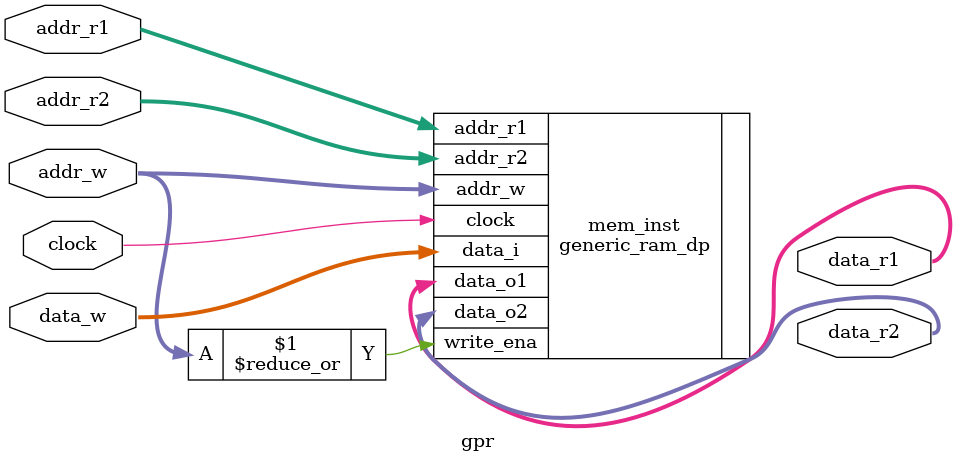
<source format=v>
module gpr #(
	parameter XLEN = 32,
	parameter NUM = 32
)(
	input clock,
	input [$clog2(NUM) - 1:0] addr_w,
	input [$clog2(NUM) - 1:0] addr_r1,
	input [$clog2(NUM) - 1:0] addr_r2,
	input [XLEN - 1:0] data_w,
	output [XLEN - 1:0] data_r1,
	output [XLEN - 1:0] data_r2
);

  generic_ram_dp #(
    .WIDTH(XLEN),
    .DEPTH(NUM),
    .READ_OLD(0)
  ) mem_inst (
    .clock(clock),
    .write_ena(|addr_w),
    .addr_w(addr_w),
    .addr_r1(addr_r1),
    .addr_r2(addr_r2),
    .data_i(data_w),
    .data_o1(data_r1),
    .data_o2(data_r2)
  );
endmodule

</source>
